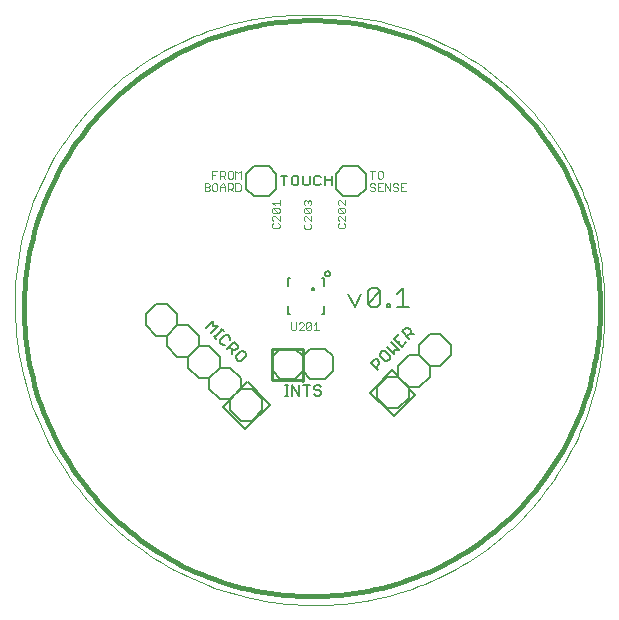
<source format=gto>
G75*
%MOIN*%
%OFA0B0*%
%FSLAX24Y24*%
%IPPOS*%
%LPD*%
%AMOC8*
5,1,8,0,0,1.08239X$1,22.5*
%
%ADD10C,0.0000*%
%ADD11C,0.0160*%
%ADD12C,0.0030*%
%ADD13C,0.0080*%
%ADD14C,0.0060*%
%ADD15C,0.0020*%
%ADD16C,0.0100*%
%ADD17C,0.0070*%
%ADD18C,0.0050*%
D10*
X000100Y010131D02*
X000100Y010160D01*
X000103Y010392D01*
X000111Y010625D01*
X000125Y010857D01*
X000144Y011088D01*
X000169Y011319D01*
X000200Y011550D01*
X000236Y011779D01*
X000278Y012008D01*
X000325Y012235D01*
X000378Y012462D01*
X000436Y012687D01*
X000500Y012910D01*
X000569Y013132D01*
X000643Y013352D01*
X000723Y013571D01*
X000808Y013787D01*
X000898Y014001D01*
X000993Y014213D01*
X001093Y014423D01*
X001199Y014630D01*
X001309Y014834D01*
X001424Y015036D01*
X001544Y015235D01*
X001669Y015431D01*
X001799Y015624D01*
X001933Y015814D01*
X002072Y016000D01*
X002215Y016183D01*
X002363Y016363D01*
X002515Y016539D01*
X002671Y016711D01*
X002831Y016879D01*
X002995Y017044D01*
X003163Y017204D01*
X003335Y017360D01*
X003511Y017513D01*
X003690Y017660D01*
X003873Y017804D01*
X004059Y017943D01*
X004249Y018077D01*
X004442Y018207D01*
X004638Y018332D01*
X004836Y018453D01*
X005038Y018568D01*
X005242Y018679D01*
X005449Y018784D01*
X005659Y018885D01*
X005871Y018980D01*
X006085Y019071D01*
X006301Y019156D01*
X006519Y019236D01*
X006739Y019310D01*
X006961Y019380D01*
X007185Y019444D01*
X007410Y019502D01*
X007636Y019555D01*
X007863Y019603D01*
X008092Y019645D01*
X008322Y019681D01*
X008552Y019712D01*
X008783Y019738D01*
X009014Y019757D01*
X009246Y019771D01*
X009479Y019780D01*
X009711Y019783D01*
X010170Y019784D01*
X010404Y019782D01*
X010638Y019774D01*
X010871Y019760D01*
X011104Y019741D01*
X011337Y019715D01*
X011569Y019685D01*
X011800Y019648D01*
X012030Y019606D01*
X012259Y019558D01*
X012487Y019505D01*
X012713Y019446D01*
X012938Y019381D01*
X013161Y019311D01*
X013382Y019236D01*
X013602Y019155D01*
X013819Y019069D01*
X014035Y018978D01*
X014248Y018881D01*
X014458Y018779D01*
X014666Y018672D01*
X014872Y018560D01*
X015074Y018443D01*
X015274Y018321D01*
X015470Y018194D01*
X015663Y018062D01*
X015854Y017926D01*
X016040Y017785D01*
X016223Y017639D01*
X016403Y017489D01*
X016579Y017335D01*
X016751Y017177D01*
X016919Y017014D01*
X017083Y016847D01*
X017243Y016676D01*
X017398Y016502D01*
X017549Y016323D01*
X017696Y016141D01*
X017839Y015956D01*
X017977Y015767D01*
X018110Y015574D01*
X018238Y015379D01*
X018362Y015180D01*
X018480Y014978D01*
X018594Y014774D01*
X018702Y014567D01*
X018806Y014357D01*
X018904Y014145D01*
X018997Y013930D01*
X019085Y013713D01*
X019168Y013495D01*
X019245Y013274D01*
X019316Y013051D01*
X019383Y012827D01*
X019443Y012601D01*
X019498Y012373D01*
X019548Y012145D01*
X019592Y011915D01*
X019630Y011684D01*
X019663Y011453D01*
X019689Y011220D01*
X019711Y010987D01*
X019726Y010754D01*
X019736Y010520D01*
X019740Y010286D01*
X019741Y010286D02*
X019743Y009754D01*
X019741Y009521D01*
X019734Y009288D01*
X019721Y009056D01*
X019702Y008823D01*
X019678Y008592D01*
X019648Y008361D01*
X019613Y008131D01*
X019572Y007901D01*
X019525Y007673D01*
X019473Y007446D01*
X019416Y007221D01*
X019353Y006996D01*
X019285Y006774D01*
X019211Y006553D01*
X019132Y006334D01*
X019047Y006117D01*
X018958Y005902D01*
X018863Y005689D01*
X018763Y005479D01*
X018658Y005271D01*
X018548Y005066D01*
X018433Y004863D01*
X018313Y004664D01*
X018189Y004467D01*
X018059Y004273D01*
X017925Y004083D01*
X017787Y003896D01*
X017644Y003712D01*
X017496Y003532D01*
X017344Y003355D01*
X017188Y003182D01*
X017028Y003013D01*
X016864Y002848D01*
X016695Y002687D01*
X016523Y002530D01*
X016348Y002378D01*
X016168Y002229D01*
X015985Y002085D01*
X015799Y001946D01*
X015609Y001811D01*
X015416Y001681D01*
X015220Y001555D01*
X015021Y001434D01*
X014819Y001318D01*
X014614Y001207D01*
X014407Y001101D01*
X014197Y001000D01*
X013985Y000904D01*
X013770Y000814D01*
X013554Y000728D01*
X013335Y000648D01*
X013114Y000573D01*
X012892Y000504D01*
X012668Y000440D01*
X012443Y000381D01*
X012216Y000328D01*
X011988Y000280D01*
X011759Y000238D01*
X011529Y000201D01*
X011299Y000170D01*
X011067Y000145D01*
X010835Y000125D01*
X010603Y000111D01*
X010370Y000103D01*
X010137Y000100D01*
X009891Y000103D01*
X009645Y000112D01*
X009399Y000127D01*
X009154Y000148D01*
X008909Y000175D01*
X008665Y000209D01*
X008422Y000248D01*
X008180Y000293D01*
X007939Y000344D01*
X007699Y000401D01*
X007461Y000463D01*
X007225Y000532D01*
X006990Y000606D01*
X006757Y000686D01*
X006526Y000772D01*
X006297Y000863D01*
X006071Y000960D01*
X005847Y001063D01*
X005626Y001171D01*
X005407Y001284D01*
X005192Y001403D01*
X004979Y001527D01*
X004769Y001656D01*
X004563Y001790D01*
X004360Y001930D01*
X004160Y002074D01*
X003964Y002223D01*
X003772Y002377D01*
X003583Y002535D01*
X003399Y002698D01*
X003218Y002866D01*
X003042Y003038D01*
X002870Y003214D01*
X002702Y003394D01*
X002539Y003579D01*
X002380Y003767D01*
X002227Y003959D01*
X002077Y004155D01*
X001933Y004355D01*
X001794Y004558D01*
X001659Y004764D01*
X001530Y004973D01*
X001406Y005186D01*
X001287Y005402D01*
X001174Y005620D01*
X001066Y005842D01*
X000963Y006065D01*
X000866Y006292D01*
X000774Y006520D01*
X000688Y006751D01*
X000608Y006984D01*
X000534Y007219D01*
X000465Y007455D01*
X000402Y007693D01*
X000345Y007933D01*
X000294Y008174D01*
X000249Y008416D01*
X000209Y008659D01*
X000176Y008903D01*
X000149Y009148D01*
X000128Y009393D01*
X000112Y009639D01*
X000103Y009885D01*
X000100Y010131D01*
D11*
X000405Y010000D02*
X000408Y010236D01*
X000417Y010471D01*
X000431Y010706D01*
X000451Y010941D01*
X000477Y011175D01*
X000509Y011409D01*
X000546Y011641D01*
X000589Y011873D01*
X000638Y012104D01*
X000693Y012333D01*
X000753Y012561D01*
X000818Y012787D01*
X000890Y013012D01*
X000966Y013234D01*
X001048Y013455D01*
X001136Y013674D01*
X001229Y013891D01*
X001327Y014105D01*
X001430Y014317D01*
X001539Y014526D01*
X001652Y014732D01*
X001771Y014936D01*
X001895Y015137D01*
X002023Y015334D01*
X002156Y015528D01*
X002294Y015719D01*
X002437Y015907D01*
X002584Y016091D01*
X002736Y016271D01*
X002892Y016448D01*
X003053Y016620D01*
X003217Y016789D01*
X003386Y016953D01*
X003558Y017114D01*
X003735Y017270D01*
X003915Y017422D01*
X004099Y017569D01*
X004287Y017712D01*
X004478Y017850D01*
X004672Y017983D01*
X004869Y018111D01*
X005070Y018235D01*
X005274Y018354D01*
X005480Y018467D01*
X005689Y018576D01*
X005901Y018679D01*
X006115Y018777D01*
X006332Y018870D01*
X006551Y018958D01*
X006772Y019040D01*
X006994Y019116D01*
X007219Y019188D01*
X007445Y019253D01*
X007673Y019313D01*
X007902Y019368D01*
X008133Y019417D01*
X008365Y019460D01*
X008597Y019497D01*
X008831Y019529D01*
X009065Y019555D01*
X009300Y019575D01*
X009535Y019589D01*
X009770Y019598D01*
X010006Y019601D01*
X010242Y019598D01*
X010477Y019589D01*
X010712Y019575D01*
X010947Y019555D01*
X011181Y019529D01*
X011415Y019497D01*
X011647Y019460D01*
X011879Y019417D01*
X012110Y019368D01*
X012339Y019313D01*
X012567Y019253D01*
X012793Y019188D01*
X013018Y019116D01*
X013240Y019040D01*
X013461Y018958D01*
X013680Y018870D01*
X013897Y018777D01*
X014111Y018679D01*
X014323Y018576D01*
X014532Y018467D01*
X014738Y018354D01*
X014942Y018235D01*
X015143Y018111D01*
X015340Y017983D01*
X015534Y017850D01*
X015725Y017712D01*
X015913Y017569D01*
X016097Y017422D01*
X016277Y017270D01*
X016454Y017114D01*
X016626Y016953D01*
X016795Y016789D01*
X016959Y016620D01*
X017120Y016448D01*
X017276Y016271D01*
X017428Y016091D01*
X017575Y015907D01*
X017718Y015719D01*
X017856Y015528D01*
X017989Y015334D01*
X018117Y015137D01*
X018241Y014936D01*
X018360Y014732D01*
X018473Y014526D01*
X018582Y014317D01*
X018685Y014105D01*
X018783Y013891D01*
X018876Y013674D01*
X018964Y013455D01*
X019046Y013234D01*
X019122Y013012D01*
X019194Y012787D01*
X019259Y012561D01*
X019319Y012333D01*
X019374Y012104D01*
X019423Y011873D01*
X019466Y011641D01*
X019503Y011409D01*
X019535Y011175D01*
X019561Y010941D01*
X019581Y010706D01*
X019595Y010471D01*
X019604Y010236D01*
X019607Y010000D01*
X019604Y009764D01*
X019595Y009529D01*
X019581Y009294D01*
X019561Y009059D01*
X019535Y008825D01*
X019503Y008591D01*
X019466Y008359D01*
X019423Y008127D01*
X019374Y007896D01*
X019319Y007667D01*
X019259Y007439D01*
X019194Y007213D01*
X019122Y006988D01*
X019046Y006766D01*
X018964Y006545D01*
X018876Y006326D01*
X018783Y006109D01*
X018685Y005895D01*
X018582Y005683D01*
X018473Y005474D01*
X018360Y005268D01*
X018241Y005064D01*
X018117Y004863D01*
X017989Y004666D01*
X017856Y004472D01*
X017718Y004281D01*
X017575Y004093D01*
X017428Y003909D01*
X017276Y003729D01*
X017120Y003552D01*
X016959Y003380D01*
X016795Y003211D01*
X016626Y003047D01*
X016454Y002886D01*
X016277Y002730D01*
X016097Y002578D01*
X015913Y002431D01*
X015725Y002288D01*
X015534Y002150D01*
X015340Y002017D01*
X015143Y001889D01*
X014942Y001765D01*
X014738Y001646D01*
X014532Y001533D01*
X014323Y001424D01*
X014111Y001321D01*
X013897Y001223D01*
X013680Y001130D01*
X013461Y001042D01*
X013240Y000960D01*
X013018Y000884D01*
X012793Y000812D01*
X012567Y000747D01*
X012339Y000687D01*
X012110Y000632D01*
X011879Y000583D01*
X011647Y000540D01*
X011415Y000503D01*
X011181Y000471D01*
X010947Y000445D01*
X010712Y000425D01*
X010477Y000411D01*
X010242Y000402D01*
X010006Y000399D01*
X009770Y000402D01*
X009535Y000411D01*
X009300Y000425D01*
X009065Y000445D01*
X008831Y000471D01*
X008597Y000503D01*
X008365Y000540D01*
X008133Y000583D01*
X007902Y000632D01*
X007673Y000687D01*
X007445Y000747D01*
X007219Y000812D01*
X006994Y000884D01*
X006772Y000960D01*
X006551Y001042D01*
X006332Y001130D01*
X006115Y001223D01*
X005901Y001321D01*
X005689Y001424D01*
X005480Y001533D01*
X005274Y001646D01*
X005070Y001765D01*
X004869Y001889D01*
X004672Y002017D01*
X004478Y002150D01*
X004287Y002288D01*
X004099Y002431D01*
X003915Y002578D01*
X003735Y002730D01*
X003558Y002886D01*
X003386Y003047D01*
X003217Y003211D01*
X003053Y003380D01*
X002892Y003552D01*
X002736Y003729D01*
X002584Y003909D01*
X002437Y004093D01*
X002294Y004281D01*
X002156Y004472D01*
X002023Y004666D01*
X001895Y004863D01*
X001771Y005064D01*
X001652Y005268D01*
X001539Y005474D01*
X001430Y005683D01*
X001327Y005895D01*
X001229Y006109D01*
X001136Y006326D01*
X001048Y006545D01*
X000966Y006766D01*
X000890Y006988D01*
X000818Y007213D01*
X000753Y007439D01*
X000693Y007667D01*
X000638Y007896D01*
X000589Y008127D01*
X000546Y008359D01*
X000509Y008591D01*
X000477Y008825D01*
X000451Y009059D01*
X000431Y009294D01*
X000417Y009529D01*
X000408Y009764D01*
X000405Y010000D01*
D12*
X008681Y012707D02*
X008723Y012665D01*
X008889Y012665D01*
X008931Y012707D01*
X008931Y012790D01*
X008889Y012832D01*
X008931Y012923D02*
X008764Y013090D01*
X008723Y013090D01*
X008681Y013048D01*
X008681Y012965D01*
X008723Y012923D01*
X008723Y012832D02*
X008681Y012790D01*
X008681Y012707D01*
X008931Y012923D02*
X008931Y013090D01*
X008889Y013181D02*
X008723Y013347D01*
X008889Y013347D01*
X008931Y013306D01*
X008931Y013222D01*
X008889Y013181D01*
X008723Y013181D01*
X008681Y013222D01*
X008681Y013306D01*
X008723Y013347D01*
X008764Y013438D02*
X008681Y013522D01*
X008931Y013522D01*
X008931Y013605D02*
X008931Y013438D01*
X009741Y013470D02*
X009741Y013554D01*
X009783Y013595D01*
X009824Y013595D01*
X009866Y013554D01*
X009908Y013595D01*
X009949Y013595D01*
X009991Y013554D01*
X009991Y013470D01*
X009949Y013428D01*
X009949Y013337D02*
X009991Y013296D01*
X009991Y013212D01*
X009949Y013171D01*
X009783Y013337D01*
X009949Y013337D01*
X009949Y013171D02*
X009783Y013171D01*
X009741Y013212D01*
X009741Y013296D01*
X009783Y013337D01*
X009783Y013428D02*
X009741Y013470D01*
X009866Y013512D02*
X009866Y013554D01*
X009824Y013080D02*
X009783Y013080D01*
X009741Y013038D01*
X009741Y012955D01*
X009783Y012913D01*
X009783Y012822D02*
X009741Y012780D01*
X009741Y012697D01*
X009783Y012655D01*
X009949Y012655D01*
X009991Y012697D01*
X009991Y012780D01*
X009949Y012822D01*
X009991Y012913D02*
X009824Y013080D01*
X009991Y013080D02*
X009991Y012913D01*
X010861Y012965D02*
X010903Y012923D01*
X010861Y012965D02*
X010861Y013048D01*
X010903Y013090D01*
X010944Y013090D01*
X011111Y012923D01*
X011111Y013090D01*
X011069Y013181D02*
X010903Y013181D01*
X010861Y013222D01*
X010861Y013306D01*
X010903Y013347D01*
X011069Y013181D01*
X011111Y013222D01*
X011111Y013306D01*
X011069Y013347D01*
X010903Y013347D01*
X010903Y013438D02*
X010861Y013480D01*
X010861Y013564D01*
X010903Y013605D01*
X010944Y013605D01*
X011111Y013438D01*
X011111Y013605D01*
X011069Y012832D02*
X011111Y012790D01*
X011111Y012707D01*
X011069Y012665D01*
X010903Y012665D01*
X010861Y012707D01*
X010861Y012790D01*
X010903Y012832D01*
X010158Y009525D02*
X010074Y009442D01*
X009983Y009484D02*
X009817Y009317D01*
X009858Y009275D01*
X009942Y009275D01*
X009983Y009317D01*
X009983Y009484D01*
X009942Y009525D01*
X009858Y009525D01*
X009817Y009484D01*
X009817Y009317D01*
X009726Y009275D02*
X009559Y009275D01*
X009726Y009442D01*
X009726Y009484D01*
X009684Y009525D01*
X009601Y009525D01*
X009559Y009484D01*
X009468Y009525D02*
X009468Y009317D01*
X009426Y009275D01*
X009343Y009275D01*
X009301Y009317D01*
X009301Y009525D01*
X010074Y009275D02*
X010241Y009275D01*
X010158Y009275D02*
X010158Y009525D01*
D13*
X007846Y007540D02*
X007056Y006710D01*
X007766Y005960D01*
X008606Y006790D01*
X007866Y007550D01*
X010441Y011150D02*
X010443Y011168D01*
X010448Y011185D01*
X010457Y011200D01*
X010469Y011213D01*
X010483Y011224D01*
X010500Y011231D01*
X010517Y011235D01*
X010535Y011235D01*
X010552Y011231D01*
X010568Y011224D01*
X010583Y011213D01*
X010595Y011200D01*
X010604Y011185D01*
X010609Y011168D01*
X010611Y011150D01*
X010609Y011132D01*
X010604Y011115D01*
X010595Y011100D01*
X010583Y011087D01*
X010569Y011076D01*
X010552Y011069D01*
X010535Y011065D01*
X010517Y011065D01*
X010500Y011069D01*
X010484Y011076D01*
X010469Y011087D01*
X010457Y011100D01*
X010448Y011115D01*
X010443Y011132D01*
X010441Y011150D01*
X010449Y014100D02*
X010449Y014420D01*
X010449Y014260D02*
X010663Y014260D01*
X010663Y014420D02*
X010663Y014100D01*
X010294Y014153D02*
X010241Y014100D01*
X010134Y014100D01*
X010081Y014153D01*
X010081Y014367D01*
X010134Y014420D01*
X010241Y014420D01*
X010294Y014367D01*
X009926Y014420D02*
X009926Y014153D01*
X009873Y014100D01*
X009766Y014100D01*
X009713Y014153D01*
X009713Y014420D01*
X009558Y014367D02*
X009504Y014420D01*
X009398Y014420D01*
X009344Y014367D01*
X009344Y014153D01*
X009398Y014100D01*
X009504Y014100D01*
X009558Y014153D01*
X009558Y014367D01*
X009190Y014420D02*
X008976Y014420D01*
X009083Y014420D02*
X009083Y014100D01*
X012666Y007930D02*
X013436Y007120D01*
X012726Y006400D01*
X011946Y007180D01*
X011936Y007190D02*
X012666Y007930D01*
D14*
X012522Y007723D02*
X012876Y007723D01*
X012876Y008077D01*
X013229Y008430D01*
X013583Y008430D01*
X013583Y008784D01*
X013936Y009137D01*
X014290Y009137D01*
X014643Y008784D01*
X014643Y008430D01*
X014290Y008077D01*
X013936Y008077D01*
X013936Y007723D01*
X013583Y007370D01*
X013229Y007370D01*
X013229Y007016D01*
X012876Y006663D01*
X012522Y006663D01*
X012169Y007016D01*
X012169Y007370D01*
X012522Y007723D01*
X012876Y007723D02*
X013229Y007370D01*
X013936Y008077D02*
X013583Y008430D01*
X013158Y008884D02*
X012997Y008724D01*
X012757Y008964D01*
X012917Y009125D01*
X013017Y009225D02*
X013137Y009345D01*
X013218Y009345D01*
X013298Y009265D01*
X013298Y009185D01*
X013178Y009064D01*
X013258Y008984D02*
X013017Y009225D01*
X013258Y009145D02*
X013418Y009145D01*
X012957Y008924D02*
X012877Y008844D01*
X012897Y008624D02*
X012657Y008864D01*
X012496Y008704D02*
X012737Y008463D01*
X012737Y008624D01*
X012897Y008624D01*
X012597Y008403D02*
X012436Y008564D01*
X012356Y008564D01*
X012276Y008484D01*
X012276Y008403D01*
X012436Y008243D01*
X012517Y008243D01*
X012597Y008323D01*
X012597Y008403D01*
X012256Y008223D02*
X012256Y008143D01*
X012136Y008023D01*
X012216Y007942D02*
X011975Y008183D01*
X012096Y008303D01*
X012176Y008303D01*
X012256Y008223D01*
X010706Y008400D02*
X010706Y007900D01*
X010456Y007650D01*
X009956Y007650D01*
X009706Y007900D01*
X009456Y007650D01*
X008956Y007650D01*
X008706Y007900D01*
X008706Y008400D01*
X008956Y008650D01*
X009456Y008650D01*
X009706Y008400D01*
X009956Y008650D01*
X010456Y008650D01*
X010706Y008400D01*
X009706Y008400D02*
X009706Y007900D01*
X009720Y007430D02*
X009947Y007430D01*
X009833Y007430D02*
X009833Y007090D01*
X009578Y007090D02*
X009578Y007430D01*
X009352Y007430D02*
X009578Y007090D01*
X009352Y007090D02*
X009352Y007430D01*
X009219Y007430D02*
X009106Y007430D01*
X009163Y007430D02*
X009163Y007090D01*
X009219Y007090D02*
X009106Y007090D01*
X008351Y006963D02*
X008351Y006609D01*
X007997Y006255D01*
X007643Y006255D01*
X007290Y006609D01*
X007290Y006963D01*
X006936Y006963D01*
X006583Y007316D01*
X006583Y007670D01*
X006936Y008023D01*
X007290Y008023D01*
X007643Y007670D01*
X007643Y007316D01*
X007997Y007316D01*
X008351Y006963D01*
X007643Y007316D02*
X007290Y006963D01*
X006583Y007670D02*
X006229Y007670D01*
X005876Y008023D01*
X005876Y008377D01*
X005522Y008377D01*
X005169Y008730D01*
X005169Y009084D01*
X004815Y009084D01*
X004461Y009437D01*
X004461Y009791D01*
X004815Y010145D01*
X005169Y010145D01*
X005522Y009791D01*
X005522Y009437D01*
X005876Y009437D01*
X006229Y009084D01*
X006229Y008730D01*
X006583Y008730D01*
X006936Y008377D01*
X006936Y008023D01*
X007333Y008475D02*
X007333Y008635D01*
X007373Y008595D02*
X007253Y008716D01*
X007173Y008635D02*
X007414Y008876D01*
X007534Y008756D01*
X007534Y008676D01*
X007454Y008595D01*
X007373Y008595D01*
X007474Y008415D02*
X007474Y008335D01*
X007554Y008255D01*
X007634Y008255D01*
X007794Y008415D01*
X007794Y008495D01*
X007714Y008576D01*
X007634Y008576D01*
X007474Y008415D01*
X007113Y008776D02*
X007033Y008776D01*
X006953Y008856D01*
X006953Y008936D01*
X007113Y009096D01*
X007193Y009096D01*
X007273Y009016D01*
X007273Y008936D01*
X007060Y009230D02*
X006980Y009310D01*
X007020Y009270D02*
X006779Y009029D01*
X006819Y008989D02*
X006739Y009070D01*
X006639Y009170D02*
X006880Y009410D01*
X006719Y009410D01*
X006719Y009571D01*
X006478Y009330D01*
X006229Y008730D02*
X005876Y008377D01*
X005169Y009084D02*
X005522Y009437D01*
X008066Y013730D02*
X008566Y013730D01*
X008816Y013980D01*
X008816Y014480D01*
X008566Y014730D01*
X008066Y014730D01*
X007816Y014480D01*
X007816Y013980D01*
X008066Y013730D01*
X010806Y013990D02*
X011056Y013740D01*
X011556Y013740D01*
X011806Y013990D01*
X011806Y014490D01*
X011556Y014740D01*
X011056Y014740D01*
X010806Y014490D01*
X010806Y013990D01*
X011967Y010681D02*
X011861Y010574D01*
X011861Y010147D01*
X012288Y010574D01*
X012288Y010147D01*
X012181Y010040D01*
X011967Y010040D01*
X011861Y010147D01*
X011643Y010467D02*
X011430Y010040D01*
X011216Y010467D01*
X011967Y010681D02*
X012181Y010681D01*
X012288Y010574D01*
X012505Y010147D02*
X012612Y010147D01*
X012612Y010040D01*
X012505Y010040D01*
X012505Y010147D01*
X012827Y010040D02*
X013254Y010040D01*
X013041Y010040D02*
X013041Y010681D01*
X012827Y010467D01*
X010258Y007430D02*
X010145Y007430D01*
X010088Y007374D01*
X010088Y007317D01*
X010145Y007260D01*
X010258Y007260D01*
X010315Y007203D01*
X010315Y007147D01*
X010258Y007090D01*
X010145Y007090D01*
X010088Y007147D01*
X010315Y007374D02*
X010258Y007430D01*
D15*
X011979Y013900D02*
X011936Y013943D01*
X011979Y013900D02*
X012066Y013900D01*
X012110Y013943D01*
X012110Y013987D01*
X012066Y014030D01*
X011979Y014030D01*
X011936Y014073D01*
X011936Y014117D01*
X011979Y014160D01*
X012066Y014160D01*
X012110Y014117D01*
X012194Y014160D02*
X012194Y013900D01*
X012367Y013900D01*
X012452Y013900D02*
X012452Y014160D01*
X012625Y013900D01*
X012625Y014160D01*
X012709Y014117D02*
X012709Y014073D01*
X012753Y014030D01*
X012840Y014030D01*
X012883Y013987D01*
X012883Y013943D01*
X012840Y013900D01*
X012753Y013900D01*
X012709Y013943D01*
X012709Y014117D02*
X012753Y014160D01*
X012840Y014160D01*
X012883Y014117D01*
X012967Y014160D02*
X012967Y013900D01*
X013141Y013900D01*
X013054Y014030D02*
X012967Y014030D01*
X012967Y014160D02*
X013141Y014160D01*
X012367Y014160D02*
X012194Y014160D01*
X012194Y014030D02*
X012281Y014030D01*
X012237Y014320D02*
X012324Y014320D01*
X012367Y014363D01*
X012367Y014537D01*
X012324Y014580D01*
X012237Y014580D01*
X012194Y014537D01*
X012194Y014363D01*
X012237Y014320D01*
X012023Y014320D02*
X012023Y014580D01*
X011936Y014580D02*
X012110Y014580D01*
X007632Y014580D02*
X007632Y014320D01*
X007588Y014160D02*
X007458Y014160D01*
X007458Y013900D01*
X007588Y013900D01*
X007632Y013943D01*
X007632Y014117D01*
X007588Y014160D01*
X007458Y014320D02*
X007458Y014580D01*
X007545Y014493D01*
X007632Y014580D01*
X007374Y014537D02*
X007374Y014363D01*
X007331Y014320D01*
X007244Y014320D01*
X007200Y014363D01*
X007200Y014537D01*
X007244Y014580D01*
X007331Y014580D01*
X007374Y014537D01*
X007116Y014537D02*
X007116Y014450D01*
X007073Y014407D01*
X006943Y014407D01*
X007029Y014407D02*
X007116Y014320D01*
X006943Y014320D02*
X006943Y014580D01*
X007073Y014580D01*
X007116Y014537D01*
X006858Y014580D02*
X006685Y014580D01*
X006685Y014320D01*
X006685Y014450D02*
X006771Y014450D01*
X006728Y014160D02*
X006685Y014117D01*
X006685Y013943D01*
X006728Y013900D01*
X006815Y013900D01*
X006858Y013943D01*
X006858Y014117D01*
X006815Y014160D01*
X006728Y014160D01*
X006600Y014117D02*
X006557Y014160D01*
X006427Y014160D01*
X006427Y013900D01*
X006557Y013900D01*
X006600Y013943D01*
X006600Y013987D01*
X006557Y014030D01*
X006427Y014030D01*
X006557Y014030D02*
X006600Y014073D01*
X006600Y014117D01*
X006943Y014073D02*
X006943Y013900D01*
X006943Y014030D02*
X007116Y014030D01*
X007116Y014073D02*
X007116Y013900D01*
X007200Y013900D02*
X007200Y014160D01*
X007331Y014160D01*
X007374Y014117D01*
X007374Y014030D01*
X007331Y013987D01*
X007200Y013987D01*
X007287Y013987D02*
X007374Y013900D01*
X007116Y014073D02*
X007029Y014160D01*
X006943Y014073D01*
D16*
X008706Y008650D02*
X008706Y008630D01*
X009706Y008630D01*
X009706Y007590D01*
X009676Y007590D01*
X009676Y007610D01*
X008686Y007610D01*
X008686Y008640D01*
D17*
X009215Y009809D02*
X009215Y010068D01*
X009215Y009809D02*
X009277Y009809D01*
X009215Y010732D02*
X009215Y010991D01*
X009277Y010991D01*
X010335Y010991D02*
X010397Y010991D01*
X010397Y010732D01*
X010397Y010068D02*
X010397Y009809D01*
X010335Y009809D01*
D18*
X010003Y010636D02*
X010005Y010648D01*
X010010Y010659D01*
X010019Y010668D01*
X010030Y010673D01*
X010042Y010675D01*
X010054Y010673D01*
X010065Y010668D01*
X010074Y010659D01*
X010079Y010648D01*
X010081Y010636D01*
X010079Y010624D01*
X010074Y010613D01*
X010065Y010604D01*
X010054Y010599D01*
X010042Y010597D01*
X010030Y010599D01*
X010019Y010604D01*
X010010Y010613D01*
X010005Y010624D01*
X010003Y010636D01*
M02*

</source>
